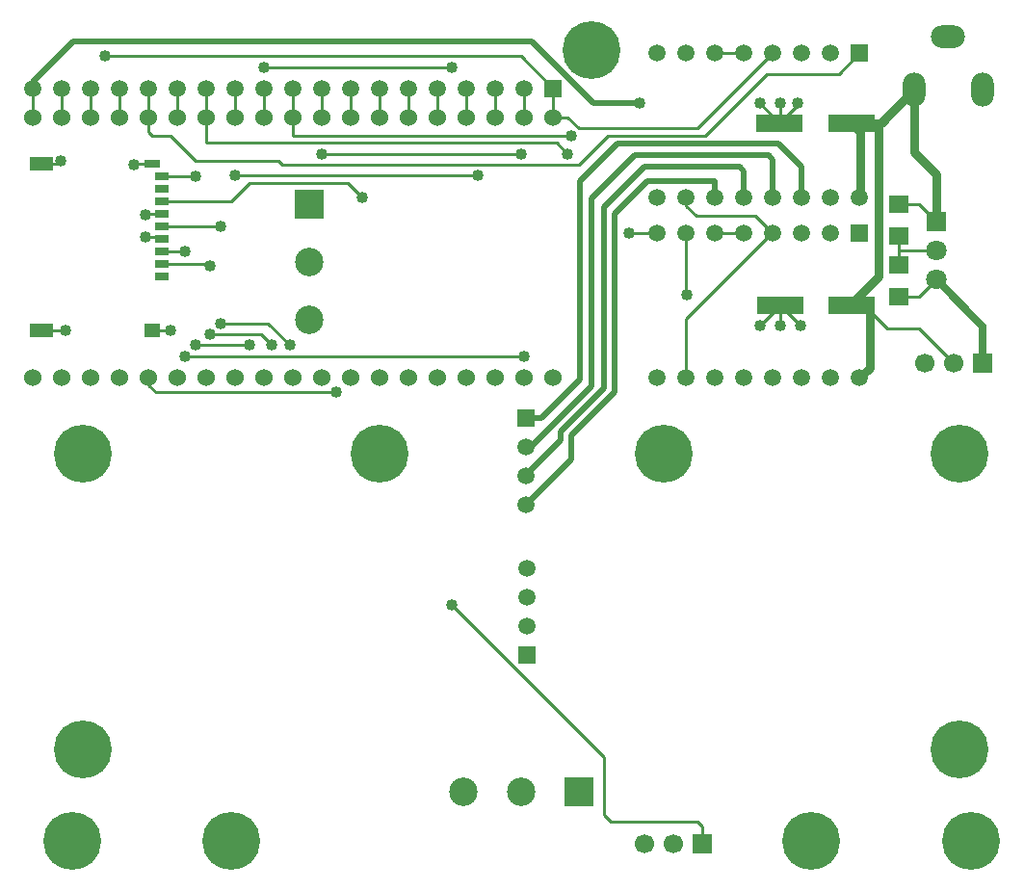
<source format=gbr>
G04 DipTrace 3.3.1.3*
G04 Top.gbr*
%MOIN*%
G04 #@! TF.FileFunction,Copper,L1,Top*
G04 #@! TF.Part,Single*
G04 #@! TA.AperFunction,Conductor*
%ADD14C,0.025*%
%ADD15C,0.011*%
%ADD16C,0.02*%
%ADD17C,0.029528*%
%ADD18C,0.03*%
%ADD23R,0.070866X0.062992*%
%ADD25R,0.163386X0.062992*%
G04 #@! TA.AperFunction,ComponentPad*
%ADD26O,0.07874X0.11811*%
%ADD27O,0.11811X0.07874*%
%ADD28R,0.059055X0.059055*%
%ADD29C,0.059055*%
%ADD30R,0.051181X0.027559*%
%ADD31R,0.07874X0.047244*%
%ADD32R,0.055118X0.047244*%
%ADD33R,0.055118X0.031496*%
G04 #@! TA.AperFunction,ComponentPad*
%ADD34R,0.066929X0.066929*%
%ADD35C,0.066929*%
%ADD36C,0.2*%
%ADD37R,0.070866X0.070866*%
%ADD38C,0.070866*%
%ADD39R,0.098425X0.098425*%
%ADD40C,0.098425*%
%ADD41R,0.059X0.059*%
%ADD42C,0.059*%
%ADD43C,0.06*%
G04 #@! TA.AperFunction,ViaPad*
%ADD44C,0.04*%
%FSLAX26Y26*%
G04*
G70*
G90*
G75*
G01*
G04 Top*
%LPD*%
X3743070Y2243700D2*
D14*
Y2371200D1*
X3580570Y2533700D1*
X3453070Y2473700D2*
D15*
X3520570D1*
X3580570Y2533700D1*
X456200Y3093700D2*
Y3193700D1*
D16*
Y3218700D1*
X593700Y3356200D1*
X2181200D1*
X2393700Y3143700D1*
X2556200D1*
X3453070Y2683464D2*
D15*
Y2633700D1*
Y2583936D1*
X3580570Y2633700D2*
X3453070D1*
X2970570Y3143700D2*
Y3143661D1*
X3038998Y3075233D1*
X3040570Y3143700D2*
Y3076805D1*
X3038998Y3075233D1*
X3100570Y3143700D2*
Y3136805D1*
X3038998Y3075233D1*
X3040570Y2373700D2*
Y2443700D1*
X2970570Y2373700D2*
X3040570Y2443700D1*
X3110570Y2373700D2*
X3040570Y2443700D1*
X485216Y2933464D2*
X540334D1*
X550570Y2943700D1*
X485216Y2355511D2*
X568011D1*
X568700Y2356200D1*
X867106Y2355511D2*
X930511D1*
X931200Y2356200D1*
X867106Y2933464D2*
X808464D1*
X806200Y2931200D1*
X900570Y2760235D2*
X847735D1*
X843700Y2756200D1*
X956200Y3093700D2*
Y3193700D1*
X556200Y3093700D2*
Y3193700D1*
X1056200Y3093700D2*
Y3193700D1*
X2306200Y2968700D2*
X2268700Y3006200D1*
X1056200D1*
Y3093700D1*
X2715570Y2818700D2*
Y2788700D1*
X2750570Y2753700D1*
X2955570D1*
X3015570Y2693700D1*
X3010570D1*
X2715570Y2398700D1*
Y2193700D1*
X2256200Y3093700D2*
Y3193700D1*
X3015570Y3318700D2*
Y3315570D1*
X2756200Y3056200D1*
X2343700D1*
X2306200Y3093700D1*
X2256200D1*
Y3193700D2*
X2143700Y3306200D1*
X706200D1*
X843700Y2681200D2*
X892991D1*
X900570Y2673621D1*
X1356200Y3093700D2*
Y3193700D1*
X2318700Y3031200D2*
X1356200D1*
Y3093700D1*
X1256200D2*
Y3193700D1*
X2770325Y581180D2*
Y642075D1*
X2756200Y656200D1*
X2456200D1*
X2431200Y681200D1*
Y881200D1*
X1906200Y1406200D1*
Y3268700D2*
X1256200D1*
X2163070Y2053700D2*
D16*
X2216200D1*
X2349704Y2187204D1*
Y2874015D1*
X2479389Y3003700D1*
X3035570D1*
X3115570Y2923700D1*
Y2818700D1*
X2163070Y1953700D2*
X2178700D1*
X2389074Y2164074D1*
Y2814704D1*
X2538070Y2963700D1*
X3000570D1*
X3015570Y2948700D1*
Y2818700D1*
X2915570D2*
Y2908700D1*
X2900570Y2923700D1*
X2570570D1*
X2431200Y2784330D1*
Y2156200D1*
X2283464Y2008464D1*
Y1978346D1*
X2158818Y1853700D1*
X2163070D1*
X2815570Y2818700D2*
Y2873700D1*
X2580570D1*
X2468700Y2761830D1*
Y2143897D1*
X2318700Y1993897D1*
Y1909330D1*
X2163070Y1753700D1*
X1156200Y3093700D2*
D15*
Y3193700D1*
Y2893700D2*
X1993700D1*
X2718700Y2481200D2*
X2715570Y2484330D1*
Y2693700D1*
X2815570Y3318700D2*
X2915570D1*
X900570Y2890157D2*
X1018700D1*
Y2306200D2*
X1206200D1*
X1456200Y3093700D2*
Y3193700D1*
X2615570Y2693700D2*
X2518700D1*
X2143700Y2968700D2*
X1456200D1*
X856200Y2193700D2*
Y2168700D1*
X881200Y2143700D1*
X1506200D1*
X900570Y2630314D2*
X981200D1*
Y2268700D2*
X2156200D1*
Y3093700D2*
Y3193700D1*
X2056200Y3093700D2*
Y3193700D1*
X1956200Y3093700D2*
Y3193700D1*
X1856200Y3093700D2*
Y3193700D1*
X1756200Y3093700D2*
Y3193700D1*
X1656200Y3093700D2*
Y3193700D1*
X1556200Y3093700D2*
Y3193700D1*
X2815570Y2693700D2*
X2915570D1*
X756200Y3093700D2*
Y3193700D1*
X656200Y3093700D2*
Y3193700D1*
X900570Y2587007D2*
X1074507D1*
X1068700Y2581200D1*
Y2343700D2*
X1243700D1*
X1281200Y2306200D1*
X900570Y2803543D2*
X1141043D1*
X1206200Y2868700D1*
X1543700D1*
X1593700Y2818700D1*
X900570Y2716928D2*
X1104428D1*
X1106200Y2718700D1*
Y2381200D2*
X1268700D1*
X1343700Y2306200D1*
X856200Y3093700D2*
Y3193700D1*
Y3093700D2*
Y3043700D1*
X868700Y3031200D1*
X931200D1*
X1018700Y2943700D1*
X1306200D1*
X1318700Y2931200D1*
X2343700D1*
X2443700Y3031200D1*
X2781200D1*
X2993700Y3243700D1*
X3243700D1*
X3315570Y3315570D1*
Y3318700D1*
X3288602Y2443700D2*
D17*
X3350570D1*
Y2228700D1*
X3315570Y2193700D1*
Y2818700D2*
X3318700D1*
Y3043562D1*
X3287029Y3075233D1*
X3503936Y3188976D2*
D18*
Y2972834D1*
X3580570Y2896200D1*
Y2733700D1*
X3287029Y3075233D2*
X3390193D1*
X3430472Y3115511D1*
X3503936Y3188976D1*
X3288602Y2443700D2*
X3281200D1*
X3381200Y2543700D1*
Y3066239D1*
X3430472Y3115511D1*
X3643070Y2243700D2*
D15*
X3523070Y2363700D1*
X3410570D1*
X3340570Y2433700D1*
X3288602D1*
Y2443700D1*
X3453070Y2793700D2*
X3520570D1*
X3580570Y2733700D1*
D44*
X2556200Y3143700D3*
X2306200Y2968700D3*
X706200Y3306200D3*
X843700Y2681200D3*
X2318700Y3031200D3*
X1906200Y1406200D3*
Y3268700D3*
X1256200D3*
X1156200Y2893700D3*
X1993700D3*
X2718700Y2481200D3*
X1018700Y2890157D3*
Y2306200D3*
X1206200D3*
X2518700Y2693700D3*
X2143700Y2968700D3*
X1456200D3*
X1506200Y2143700D3*
X981200Y2630314D3*
Y2268700D3*
X2156200D3*
X1068700Y2581200D3*
Y2343700D3*
X1281200Y2306200D3*
X1593700Y2818700D3*
X1106200Y2718700D3*
Y2381200D3*
X1343700Y2306200D3*
X2970570Y3143700D3*
X3040570D3*
X3100570D3*
X3040570Y2373700D3*
X2970570D3*
X3110570D3*
X550570Y2943700D3*
X568700Y2356200D3*
X806200Y2931200D3*
X931200Y2356200D3*
X843700Y2756200D3*
D23*
X3453070Y2793700D3*
Y2683464D3*
Y2473700D3*
Y2583936D3*
D25*
X3038998Y3075233D3*
X3287029D3*
X3040570Y2443700D3*
X3288602D3*
D26*
X3503936Y3188976D3*
X3740157D3*
D27*
X3622046Y3374015D3*
D28*
X2163070Y2053700D3*
D29*
Y1953700D3*
Y1853700D3*
Y1753700D3*
D30*
X900570Y2543700D3*
Y2587007D3*
Y2630314D3*
Y2673621D3*
Y2716928D3*
Y2760235D3*
Y2803543D3*
Y2846850D3*
Y2890157D3*
D31*
X485216Y2355511D3*
D32*
X867106D3*
D33*
Y2933464D3*
D31*
X485216D3*
D28*
X2165354Y1235432D3*
D29*
Y1335432D3*
Y1435432D3*
Y1535432D3*
D34*
X2770325Y581180D3*
D35*
X2670325D3*
X2570325D3*
D34*
X3743070Y2243700D3*
D35*
X3643070D3*
X3543070D3*
D28*
X2256200Y3193700D3*
D29*
X2156200D3*
X2056200D3*
X1956200D3*
X1856200D3*
X1756200D3*
X1656200D3*
X1556200D3*
X1456200D3*
X1356200D3*
X1256200D3*
X1156200D3*
X1056200D3*
X956200D3*
X856200D3*
X756200D3*
X656200D3*
X556200D3*
X456200D3*
D36*
X629920Y1929133D3*
Y905511D3*
X1653543Y1929133D3*
X1141731Y590550D3*
X3661417Y905511D3*
X2637794Y1929133D3*
X3661417D3*
X3149606Y590550D3*
X590550D3*
X3700787D3*
X2389074Y3326771D3*
D37*
X3580570Y2733700D3*
D38*
Y2633700D3*
Y2533700D3*
D39*
X1413384Y2794487D3*
D40*
Y2594487D3*
Y2394487D3*
D39*
X2345669Y759842D3*
D40*
X2145669D3*
X1945669D3*
D41*
X3315570Y3318700D3*
D42*
X3215570D3*
X3115570D3*
X3015570D3*
X2915570D3*
X2815570D3*
X2715570D3*
X2615570D3*
Y2818700D3*
X2715570D3*
X2815570D3*
X2915570D3*
X3015570D3*
X3115570D3*
X3215570D3*
X3315570D3*
D41*
Y2693700D3*
D42*
X3215570D3*
X3115570D3*
X3015570D3*
X2915570D3*
X2815570D3*
X2715570D3*
X2615570D3*
Y2193700D3*
X2715570D3*
X2815570D3*
X2915570D3*
X3015570D3*
X3115570D3*
X3215570D3*
X3315570D3*
D43*
X456200Y3093700D3*
X556200D3*
X656200D3*
X756200D3*
X856200D3*
X956200D3*
X1056200D3*
X1156200D3*
X1256200D3*
X1356200D3*
X1456200D3*
X1556200D3*
X1656200D3*
X1756200D3*
X1856200D3*
X1956200D3*
X2056200D3*
X2156200D3*
X2256200D3*
X456200Y2193700D3*
X556200D3*
X656200D3*
X756200D3*
X856200D3*
X956200D3*
X1056200D3*
X1156200D3*
X1256200D3*
X1356200D3*
X1456200D3*
X1556200D3*
X1656200D3*
X1756200D3*
X1856200D3*
X1956200D3*
X2056200D3*
X2156200D3*
X2256200D3*
M02*

</source>
